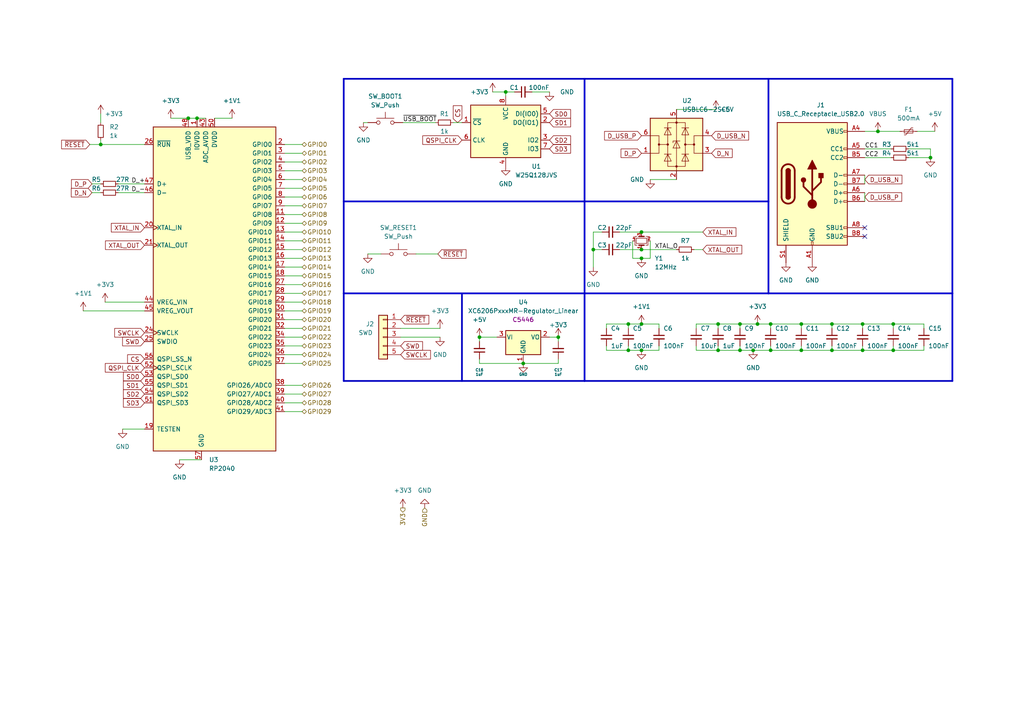
<source format=kicad_sch>
(kicad_sch (version 20230121) (generator eeschema)
  (paper "A4")
  (lib_symbols
    (symbol "+3V3_1" (power) (pin_names (offset 0))
      (property "Value" "+3V3_1" (at 0 3.556 0))
      (symbol "+3V3_1_1_1"
        (pin power_in line (at 0 0 90) (length 0) hide (name "+3V3") (number "1"))
      )
    )
    (symbol "Connector:USB_C_Receptacle_USB2.0" (pin_names (offset 1.016))
      (property "Reference" "J" (at -10.16 19.05 0))
      (property "Value" "USB_C_Receptacle_USB2.0" (at 19.05 19.05 0))
      (symbol "USB_C_Receptacle_USB2.0_1_1"
        (pin passive line (at 0 -22.86 90) (length 5.08) (name "GND") (number "A1"))
        (pin passive line (at 0 -22.86 90) (length 5.08) hide (name "GND") (number "A12"))
        (pin passive line (at 15.24 15.24 180) (length 5.08) (name "VBUS") (number "A4"))
        (pin bidirectional line (at 15.24 10.16 180) (length 5.08) (name "CC1") (number "A5"))
        (pin bidirectional line (at 15.24 -2.54 180) (length 5.08) (name "D+") (number "A6"))
        (pin bidirectional line (at 15.24 2.54 180) (length 5.08) (name "D-") (number "A7"))
        (pin bidirectional line (at 15.24 -12.7 180) (length 5.08) (name "SBU1") (number "A8"))
        (pin passive line (at 15.24 15.24 180) (length 5.08) hide (name "VBUS") (number "A9"))
        (pin passive line (at 0 -22.86 90) (length 5.08) hide (name "GND") (number "B1"))
        (pin passive line (at 0 -22.86 90) (length 5.08) hide (name "GND") (number "B12"))
        (pin passive line (at 15.24 15.24 180) (length 5.08) hide (name "VBUS") (number "B4"))
        (pin bidirectional line (at 15.24 7.62 180) (length 5.08) (name "CC2") (number "B5"))
        (pin bidirectional line (at 15.24 -5.08 180) (length 5.08) (name "D+") (number "B6"))
        (pin bidirectional line (at 15.24 0 180) (length 5.08) (name "D-") (number "B7"))
        (pin bidirectional line (at 15.24 -15.24 180) (length 5.08) (name "SBU2") (number "B8"))
        (pin passive line (at 15.24 15.24 180) (length 5.08) hide (name "VBUS") (number "B9"))
        (pin passive line (at -7.62 -22.86 90) (length 5.08) (name "SHIELD") (number "S1"))
      )
    )
    (symbol "Connector_Generic:Conn_01x05" (pin_names (offset 1.016) hide)
      (property "Reference" "J" (at 0 7.62 0))
      (property "Value" "Conn_01x05" (at 0 -7.62 0))
      (symbol "Conn_01x05_1_1"
        (pin passive line (at -5.08 5.08 0) (length 3.81) (name "Pin_1") (number "1"))
        (pin passive line (at -5.08 2.54 0) (length 3.81) (name "Pin_2") (number "2"))
        (pin passive line (at -5.08 0 0) (length 3.81) (name "Pin_3") (number "3"))
        (pin passive line (at -5.08 -2.54 0) (length 3.81) (name "Pin_4") (number "4"))
        (pin passive line (at -5.08 -5.08 0) (length 3.81) (name "Pin_5") (number "5"))
      )
    )
    (symbol "Device:C_Small" (pin_numbers hide) (pin_names (offset 0.254) hide)
      (property "Reference" "C" (at 0.254 1.778 0))
      (property "Value" "C_Small" (at 0.254 -2.032 0))
      (symbol "C_Small_1_1"
        (pin passive line (at 0 2.54 270) (length 2.032) (name "~") (number "1"))
        (pin passive line (at 0 -2.54 90) (length 2.032) (name "~") (number "2"))
      )
    )
    (symbol "Device:Crystal_GND24_Small" (pin_names (offset 1.016) hide)
      (property "Reference" "Y" (at 1.27 4.445 0))
      (property "Value" "Crystal_GND24_Small" (at 1.27 2.54 0))
      (symbol "Crystal_GND24_Small_1_1"
        (pin passive line (at -2.54 0 0) (length 1.27) (name "1") (number "1"))
        (pin passive line (at 0 -2.54 90) (length 0.635) (name "2") (number "2"))
        (pin passive line (at 2.54 0 180) (length 1.27) (name "3") (number "3"))
        (pin passive line (at 0 2.54 270) (length 0.635) (name "4") (number "4"))
      )
    )
    (symbol "Device:Polyfuse_Small" (pin_numbers hide) (pin_names (offset 0))
      (property "Reference" "F" (at -1.905 0 90))
      (property "Value" "Polyfuse_Small" (at 1.905 0 90))
      (symbol "Polyfuse_Small_1_1"
        (pin passive line (at 0 2.54 270) (length 0.635) (name "~") (number "1"))
        (pin passive line (at 0 -2.54 90) (length 0.635) (name "~") (number "2"))
      )
    )
    (symbol "Device:R_Small" (pin_numbers hide) (pin_names (offset 0.254) hide)
      (property "Reference" "R" (at 0.762 0.508 0))
      (property "Value" "R_Small" (at 0.762 -1.016 0))
      (symbol "R_Small_1_1"
        (pin passive line (at 0 2.54 270) (length 0.762) (name "~") (number "1"))
        (pin passive line (at 0 -2.54 90) (length 0.762) (name "~") (number "2"))
      )
    )
    (symbol "GND_1" (power) (pin_names (offset 0))
      (property "Value" "GND_1" (at 0 -3.81 0))
      (symbol "GND_1_1_1"
        (pin power_in line (at 0 0 270) (length 0) hide (name "GND") (number "1"))
      )
    )
    (symbol "GND_2" (power) (pin_names (offset 0))
      (property "Value" "GND_2" (at 0 -3.81 0))
      (symbol "GND_2_1_1"
        (pin power_in line (at 0 0 270) (length 0) hide (name "GND") (number "1"))
      )
    )
    (symbol "Memory_Flash:W25Q128JVS"
      (property "Reference" "U" (at -8.89 8.89 0))
      (property "Value" "W25Q128JVS" (at 7.62 8.89 0))
      (symbol "W25Q128JVS_1_1"
        (pin input line (at -12.7 2.54 0) (length 2.54) (name "~{CS}") (number "1"))
        (pin bidirectional line (at 12.7 2.54 180) (length 2.54) (name "DO(IO1)") (number "2"))
        (pin bidirectional line (at 12.7 -2.54 180) (length 2.54) (name "IO2") (number "3"))
        (pin power_in line (at 0 -10.16 90) (length 2.54) (name "GND") (number "4"))
        (pin bidirectional line (at 12.7 5.08 180) (length 2.54) (name "DI(IO0)") (number "5"))
        (pin input line (at -12.7 -2.54 0) (length 2.54) (name "CLK") (number "6"))
        (pin bidirectional line (at 12.7 -5.08 180) (length 2.54) (name "IO3") (number "7"))
        (pin power_in line (at 0 10.16 270) (length 2.54) (name "VCC") (number "8"))
      )
    )
    (symbol "Power_Protection:USBLC6-2SC6" (pin_names hide)
      (property "Reference" "U" (at 2.54 8.89 0))
      (property "Value" "USBLC6-2SC6" (at 2.54 -8.89 0))
      (symbol "USBLC6-2SC6_1_1"
        (pin passive line (at -10.16 -2.54 0) (length 2.54) (name "I/O1") (number "1"))
        (pin passive line (at 0 -10.16 90) (length 2.54) (name "GND") (number "2"))
        (pin passive line (at 10.16 -2.54 180) (length 2.54) (name "I/O2") (number "3"))
        (pin passive line (at 10.16 2.54 180) (length 2.54) (name "I/O2") (number "4"))
        (pin passive line (at 0 10.16 270) (length 2.54) (name "VBUS") (number "5"))
        (pin passive line (at -10.16 2.54 0) (length 2.54) (name "I/O1") (number "6"))
      )
    )
    (symbol "Sleep-lib:RP2040" (pin_names (offset 1.016))
      (property "Reference" "U" (at 8.89 51.435 0))
      (property "Value" "RP2040" (at 8.89 48.895 0))
      (symbol "RP2040_1_1"
        (pin power_in line (at -5.08 50.8 270) (length 2.54) (name "IOVDD") (number "1"))
        (pin power_in line (at -5.08 50.8 270) (length 2.54) hide (name "IOVDD") (number "10"))
        (pin input line (at 20.32 22.86 180) (length 2.54) (name "GPIO8") (number "11"))
        (pin input line (at 20.32 20.32 180) (length 2.54) (name "GPIO9") (number "12"))
        (pin input line (at 20.32 17.78 180) (length 2.54) (name "GPIO10") (number "13"))
        (pin input line (at 20.32 15.24 180) (length 2.54) (name "GPIO11") (number "14"))
        (pin input line (at 20.32 12.7 180) (length 2.54) (name "GPIO12") (number "15"))
        (pin input line (at 20.32 10.16 180) (length 2.54) (name "GPIO13") (number "16"))
        (pin input line (at 20.32 7.62 180) (length 2.54) (name "GPIO14") (number "17"))
        (pin input line (at 20.32 5.08 180) (length 2.54) (name "GPIO15") (number "18"))
        (pin input line (at -20.32 -39.37 0) (length 2.54) (name "TESTEN") (number "19"))
        (pin input line (at 20.32 43.18 180) (length 2.54) (name "GPIO0") (number "2"))
        (pin input clock (at -20.32 19.05 0) (length 2.54) (name "XTAL_IN") (number "20"))
        (pin input clock (at -20.32 13.97 0) (length 2.54) (name "XTAL_OUT") (number "21"))
        (pin power_in line (at -5.08 50.8 270) (length 2.54) hide (name "IOVDD") (number "22"))
        (pin power_in line (at 0 50.8 270) (length 2.54) hide (name "DVDD") (number "23"))
        (pin input clock (at -20.32 -11.43 0) (length 2.54) (name "SWCLK") (number "24"))
        (pin bidirectional line (at -20.32 -13.97 0) (length 2.54) (name "SWDIO") (number "25"))
        (pin input line (at -20.32 43.18 0) (length 2.54) (name "~{RUN}") (number "26"))
        (pin input line (at 20.32 2.54 180) (length 2.54) (name "GPIO16") (number "27"))
        (pin input line (at 20.32 0 180) (length 2.54) (name "GPIO17") (number "28"))
        (pin input line (at 20.32 -2.54 180) (length 2.54) (name "GPIO18") (number "29"))
        (pin input line (at 20.32 40.64 180) (length 2.54) (name "GPIO1") (number "3"))
        (pin input line (at 20.32 -5.08 180) (length 2.54) (name "GPIO19") (number "30"))
        (pin input line (at 20.32 -7.62 180) (length 2.54) (name "GPIO20") (number "31"))
        (pin input line (at 20.32 -10.16 180) (length 2.54) (name "GPIO21") (number "32"))
        (pin power_in line (at -5.08 50.8 270) (length 2.54) hide (name "IOVDD") (number "33"))
        (pin input line (at 20.32 -12.7 180) (length 2.54) (name "GPIO22") (number "34"))
        (pin input line (at 20.32 -15.24 180) (length 2.54) (name "GPIO23") (number "35"))
        (pin input line (at 20.32 -17.78 180) (length 2.54) (name "GPIO24") (number "36"))
        (pin input line (at 20.32 -20.32 180) (length 2.54) (name "GPIO25") (number "37"))
        (pin input line (at 20.32 -26.67 180) (length 2.54) (name "GPIO26/ADC0") (number "38"))
        (pin input line (at 20.32 -29.21 180) (length 2.54) (name "GPIO27/ADC1") (number "39"))
        (pin input line (at 20.32 38.1 180) (length 2.54) (name "GPIO2") (number "4"))
        (pin input line (at 20.32 -31.75 180) (length 2.54) (name "GPIO28/ADC2") (number "40"))
        (pin input line (at 20.32 -34.29 180) (length 2.54) (name "GPIO29/ADC3") (number "41"))
        (pin power_in line (at -5.08 50.8 270) (length 2.54) hide (name "IOVDD") (number "42"))
        (pin power_in line (at -2.54 50.8 270) (length 2.54) (name "ADC_AVDD") (number "43"))
        (pin power_in line (at -20.32 -2.54 0) (length 2.54) (name "VREG_VIN") (number "44"))
        (pin power_out line (at -20.32 -5.08 0) (length 2.54) (name "VREG_VOUT") (number "45"))
        (pin bidirectional line (at -20.32 29.21 0) (length 2.54) (name "D-") (number "46"))
        (pin bidirectional line (at -20.32 31.75 0) (length 2.54) (name "D+") (number "47"))
        (pin power_in line (at -7.62 50.8 270) (length 2.54) (name "USB_VDD") (number "48"))
        (pin power_in line (at -5.08 50.8 270) (length 2.54) hide (name "IOVDD") (number "49"))
        (pin input line (at 20.32 35.56 180) (length 2.54) (name "GPIO3") (number "5"))
        (pin power_in line (at 0 50.8 270) (length 2.54) (name "DVDD") (number "50"))
        (pin bidirectional line (at -20.32 -31.75 0) (length 2.54) (name "QSPI_SD3") (number "51"))
        (pin input clock (at -20.32 -21.59 0) (length 2.54) (name "QSPI_SCLK") (number "52"))
        (pin bidirectional line (at -20.32 -24.13 0) (length 2.54) (name "QSPI_SD0") (number "53"))
        (pin bidirectional line (at -20.32 -29.21 0) (length 2.54) (name "QSPI_SD2") (number "54"))
        (pin bidirectional line (at -20.32 -26.67 0) (length 2.54) (name "QSPI_SD1") (number "55"))
        (pin bidirectional line (at -20.32 -19.05 0) (length 2.54) (name "QSPI_SS_N") (number "56"))
        (pin power_in line (at -3.81 -48.26 90) (length 2.54) (name "GND") (number "57"))
        (pin input line (at 20.32 33.02 180) (length 2.54) (name "GPIO4") (number "6"))
        (pin input line (at 20.32 30.48 180) (length 2.54) (name "GPIO5") (number "7"))
        (pin input line (at 20.32 27.94 180) (length 2.54) (name "GPIO6") (number "8"))
        (pin input line (at 20.32 25.4 180) (length 2.54) (name "GPIO7") (number "9"))
      )
    )
    (symbol "Switch:SW_Push" (pin_numbers hide) (pin_names (offset 1.016) hide)
      (property "Reference" "SW" (at 1.27 2.54 0))
      (property "Value" "SW_Push" (at 0 -1.524 0))
      (symbol "SW_Push_0_1"
        (pin passive line (at -5.08 0 0) (length 2.54) (name "1") (number "1"))
        (pin passive line (at 5.08 0 180) (length 2.54) (name "2") (number "2"))
      )
    )
    (symbol "kicad-keyboard-parts:XC6206PxxxMR-Regulator_Linear" (pin_names (offset 0.254))
      (property "Reference" "U" (at -3.81 3.175 0))
      (property "Value" "XC6206PxxxMR-Regulator_Linear" (at 0 3.175 0))
      (property "LCSC" "C5446" (at 0 0 0))
      (symbol "XC6206PxxxMR-Regulator_Linear_1_1"
        (pin power_in line (at 0 -7.62 90) (length 2.54) (name "GND") (number "1"))
        (pin power_out line (at 7.62 0 180) (length 2.54) (name "VO") (number "2"))
        (pin power_in line (at -7.62 0 0) (length 2.54) (name "VI") (number "3"))
      )
    )
    (symbol "power:+1V1" (power) (pin_names (offset 0))
      (property "Value" "+1V1" (at 0 3.556 0))
      (symbol "+1V1_1_1"
        (pin power_in line (at 0 0 90) (length 0) hide (name "+1V1") (number "1"))
      )
    )
    (symbol "power:+3.3V" (power) (pin_names (offset 0))
      (property "Value" "+3.3V" (at 0 3.556 0))
      (symbol "+3.3V_1_1"
        (pin power_in line (at 0 0 90) (length 0) hide (name "+3V3") (number "1"))
      )
    )
    (symbol "power:+3V3" (power) (pin_names (offset 0))
      (property "Value" "+3V3" (at 0 3.556 0))
      (symbol "+3V3_1_1"
        (pin power_in line (at 0 0 90) (length 0) hide (name "+3V3") (number "1"))
      )
    )
    (symbol "power:+5V" (power) (pin_names (offset 0))
      (property "Value" "+5V" (at 0 3.556 0))
      (symbol "+5V_1_1"
        (pin power_in line (at 0 0 90) (length 0) hide (name "+5V") (number "1"))
      )
    )
    (symbol "power:GND" (power) (pin_names (offset 0))
      (property "Value" "GND" (at 0 -3.81 0))
      (symbol "GND_1_1"
        (pin power_in line (at 0 0 270) (length 0) hide (name "GND") (number "1"))
      )
    )
    (symbol "power:VBUS" (power) (pin_names (offset 0))
      (property "Value" "VBUS" (at 0 3.81 0))
      (symbol "VBUS_1_1"
        (pin power_in line (at 0 0 90) (length 0) hide (name "VBUS") (number "1"))
      )
    )
  )
  (junction (at 186.055 72.39))
  (junction (at 214.63 93.98))
  (junction (at 186.055 67.31))
  (junction (at 186.055 93.98))
  (junction (at 241.3 101.6))
  (junction (at 254.635 38.1))
  (junction (at 151.765 105.41) (diameter 0.9144))
  (junction (at 54.61 34.29))
  (junction (at 223.52 93.98))
  (junction (at 232.41 93.98))
  (junction (at 250.19 93.98))
  (junction (at 219.71 93.98))
  (junction (at 146.685 26.67))
  (junction (at 139.065 97.79) (diameter 0.9144))
  (junction (at 186.055 101.6))
  (junction (at 182.245 101.6))
  (junction (at 241.3 93.98))
  (junction (at 29.21 41.91))
  (junction (at 214.63 101.6))
  (junction (at 161.925 97.79) (diameter 0.9144))
  (junction (at 223.52 101.6))
  (junction (at 172.085 72.39))
  (junction (at 208.28 93.98))
  (junction (at 259.08 93.98))
  (junction (at 269.875 45.72))
  (junction (at 218.44 101.6))
  (junction (at 182.245 93.98))
  (junction (at 250.19 101.6))
  (junction (at 259.08 101.6))
  (junction (at 186.055 74.93))
  (junction (at 57.15 34.29))
  (junction (at 208.28 101.6))
  (junction (at 232.41 101.6))
  (no_connect (at 250.825 66.04))
  (no_connect (at 250.825 68.58))
  (wire (pts (xy 267.97 93.98) (xy 267.97 95.25)))
  (wire (pts (xy 259.08 93.98) (xy 259.08 95.25)))
  (wire (pts (xy 57.15 34.29) (xy 59.69 34.29)))
  (wire (pts (xy 182.245 93.98) (xy 182.245 95.25)))
  (wire (pts (xy 161.925 104.14) (xy 161.925 105.41)))
  (wire (pts (xy 269.875 43.18) (xy 269.875 45.72)))
  (wire (pts (xy 175.895 100.33) (xy 175.895 101.6)))
  (wire (pts (xy 179.705 72.39) (xy 186.055 72.39)))
  (wire (pts (xy 241.3 93.98) (xy 241.3 95.25)))
  (wire (pts (xy 41.91 90.17) (xy 24.13 90.17)))
  (wire (pts (xy 26.035 41.91) (xy 29.21 41.91)))
  (wire (pts (xy 218.44 101.6) (xy 223.52 101.6)))
  (wire (pts (xy 82.55 77.47) (xy 87.63 77.47)))
  (wire (pts (xy 87.63 92.71) (xy 82.55 92.71)))
  (wire (pts (xy 87.63 119.38) (xy 82.55 119.38)))
  (polyline (pts (xy 133.985 110.49) (xy 133.985 85.09)) (stroke (width 0.5) (type solid)))
  (wire (pts (xy 208.28 93.98) (xy 208.28 95.25)))
  (wire (pts (xy 186.055 67.31) (xy 203.835 67.31)))
  (wire (pts (xy 232.41 93.98) (xy 232.41 95.25)))
  (wire (pts (xy 232.41 101.6) (xy 232.41 100.33)))
  (wire (pts (xy 250.825 50.8) (xy 250.825 53.34)))
  (wire (pts (xy 250.825 55.88) (xy 250.825 58.42)))
  (wire (pts (xy 87.63 102.87) (xy 82.55 102.87)))
  (wire (pts (xy 139.065 97.79) (xy 139.065 99.06)))
  (wire (pts (xy 186.055 101.6) (xy 191.135 101.6)))
  (wire (pts (xy 82.55 52.07) (xy 87.63 52.07)))
  (wire (pts (xy 146.685 26.67) (xy 146.685 27.94)))
  (wire (pts (xy 154.305 26.67) (xy 159.385 26.67)))
  (wire (pts (xy 182.245 93.98) (xy 175.895 93.98)))
  (wire (pts (xy 151.765 105.41) (xy 161.925 105.41)))
  (wire (pts (xy 131.445 35.56) (xy 133.985 35.56)))
  (wire (pts (xy 179.705 67.31) (xy 186.055 67.31)))
  (wire (pts (xy 82.55 72.39) (xy 87.63 72.39)))
  (polyline (pts (xy 169.545 22.86) (xy 222.885 22.86)) (stroke (width 0.5) (type solid)))
  (wire (pts (xy 139.065 104.14) (xy 139.065 105.41)))
  (wire (pts (xy 232.41 93.98) (xy 241.3 93.98)))
  (wire (pts (xy 183.515 69.85) (xy 183.515 74.93)))
  (wire (pts (xy 82.55 41.91) (xy 87.63 41.91)))
  (wire (pts (xy 250.19 100.33) (xy 250.19 101.6)))
  (polyline (pts (xy 222.885 22.86) (xy 276.225 22.86)) (stroke (width 0.5) (type solid)))
  (wire (pts (xy 182.245 101.6) (xy 186.055 101.6)))
  (wire (pts (xy 127.635 97.79) (xy 116.205 97.79)))
  (wire (pts (xy 151.765 105.41) (xy 139.065 105.41)))
  (polyline (pts (xy 169.545 85.09) (xy 169.545 22.86)) (stroke (width 0.5) (type solid)))
  (wire (pts (xy 87.63 95.25) (xy 82.55 95.25)))
  (wire (pts (xy 186.055 72.39) (xy 196.215 72.39)))
  (wire (pts (xy 175.895 93.98) (xy 175.895 95.25)))
  (wire (pts (xy 259.08 101.6) (xy 259.08 100.33)))
  (wire (pts (xy 250.19 93.98) (xy 259.08 93.98)))
  (polyline (pts (xy 169.545 85.09) (xy 222.885 85.09)) (stroke (width 0.5) (type solid)))
  (wire (pts (xy 219.71 93.98) (xy 223.52 93.98)))
  (wire (pts (xy 214.63 101.6) (xy 218.44 101.6)))
  (wire (pts (xy 201.93 101.6) (xy 208.28 101.6)))
  (wire (pts (xy 223.52 93.98) (xy 232.41 93.98)))
  (wire (pts (xy 116.84 35.56) (xy 126.365 35.56)))
  (wire (pts (xy 214.63 93.98) (xy 219.71 93.98)))
  (polyline (pts (xy 276.225 110.49) (xy 276.225 85.09)) (stroke (width 0.5) (type solid)))
  (wire (pts (xy 250.825 45.72) (xy 258.445 45.72)))
  (wire (pts (xy 159.385 97.79) (xy 161.925 97.79)))
  (wire (pts (xy 82.55 44.45) (xy 87.63 44.45)))
  (wire (pts (xy 105.41 35.56) (xy 106.68 35.56)))
  (wire (pts (xy 82.55 87.63) (xy 87.63 87.63)))
  (wire (pts (xy 241.3 93.98) (xy 250.19 93.98)))
  (wire (pts (xy 82.55 90.17) (xy 87.63 90.17)))
  (wire (pts (xy 116.205 95.25) (xy 127.635 95.25)))
  (wire (pts (xy 254.635 38.1) (xy 260.985 38.1)))
  (wire (pts (xy 142.875 26.67) (xy 146.685 26.67)))
  (wire (pts (xy 263.525 45.72) (xy 269.875 45.72)))
  (wire (pts (xy 29.21 41.91) (xy 41.91 41.91)))
  (wire (pts (xy 263.525 43.18) (xy 269.875 43.18)))
  (polyline (pts (xy 99.695 110.49) (xy 99.695 85.09)) (stroke (width 0.5) (type solid)))
  (polyline (pts (xy 276.225 85.09) (xy 276.225 22.86)) (stroke (width 0.5) (type solid)))
  (polyline (pts (xy 169.545 110.49) (xy 169.545 85.09)) (stroke (width 0.5) (type solid)))
  (wire (pts (xy 49.53 34.29) (xy 54.61 34.29)))
  (wire (pts (xy 250.825 38.1) (xy 254.635 38.1)))
  (wire (pts (xy 82.55 64.77) (xy 87.63 64.77)))
  (wire (pts (xy 82.55 69.85) (xy 87.63 69.85)))
  (wire (pts (xy 214.63 100.33) (xy 214.63 101.6)))
  (wire (pts (xy 191.135 101.6) (xy 191.135 100.33)))
  (polyline (pts (xy 99.695 85.09) (xy 99.695 22.86)) (stroke (width 0.5) (type solid)))
  (wire (pts (xy 82.55 59.69) (xy 87.63 59.69)))
  (wire (pts (xy 196.215 31.75) (xy 207.645 31.75)))
  (wire (pts (xy 26.67 55.88) (xy 29.21 55.88)))
  (wire (pts (xy 82.55 80.01) (xy 87.63 80.01)))
  (wire (pts (xy 34.29 53.34) (xy 41.91 53.34)))
  (wire (pts (xy 183.515 74.93) (xy 186.055 74.93)))
  (wire (pts (xy 201.93 100.33) (xy 201.93 101.6)))
  (wire (pts (xy 172.085 72.39) (xy 174.625 72.39)))
  (wire (pts (xy 87.63 116.84) (xy 82.55 116.84)))
  (wire (pts (xy 186.055 93.98) (xy 191.135 93.98)))
  (wire (pts (xy 87.63 100.33) (xy 82.55 100.33)))
  (wire (pts (xy 214.63 93.98) (xy 208.28 93.98)))
  (wire (pts (xy 29.21 40.64) (xy 29.21 41.91)))
  (wire (pts (xy 250.19 101.6) (xy 259.08 101.6)))
  (wire (pts (xy 223.52 101.6) (xy 223.52 100.33)))
  (wire (pts (xy 35.56 124.46) (xy 41.91 124.46)))
  (wire (pts (xy 106.68 73.66) (xy 110.49 73.66)))
  (wire (pts (xy 87.63 111.76) (xy 82.55 111.76)))
  (wire (pts (xy 62.23 34.29) (xy 67.31 34.29)))
  (wire (pts (xy 87.63 105.41) (xy 82.55 105.41)))
  (wire (pts (xy 146.685 26.67) (xy 149.225 26.67)))
  (polyline (pts (xy 222.885 85.09) (xy 276.225 85.09)) (stroke (width 0.5) (type solid)))
  (wire (pts (xy 188.595 74.93) (xy 186.055 74.93)))
  (wire (pts (xy 174.625 67.31) (xy 172.085 67.31)))
  (polyline (pts (xy 222.885 22.86) (xy 222.885 85.09)) (stroke (width 0.5) (type solid)))
  (wire (pts (xy 208.28 101.6) (xy 214.63 101.6)))
  (wire (pts (xy 52.07 133.35) (xy 58.42 133.35)))
  (wire (pts (xy 82.55 82.55) (xy 87.63 82.55)))
  (polyline (pts (xy 99.695 58.42) (xy 169.545 58.42)) (stroke (width 0.5) (type solid)))
  (wire (pts (xy 267.97 101.6) (xy 267.97 100.33)))
  (wire (pts (xy 26.67 53.34) (xy 29.21 53.34)))
  (polyline (pts (xy 99.695 85.09) (xy 169.545 85.09)) (stroke (width 0.5) (type solid)))
  (wire (pts (xy 175.895 101.6) (xy 182.245 101.6)))
  (wire (pts (xy 54.61 34.29) (xy 57.15 34.29)))
  (wire (pts (xy 172.085 67.31) (xy 172.085 72.39)))
  (wire (pts (xy 266.065 38.1) (xy 271.145 38.1)))
  (wire (pts (xy 82.55 62.23) (xy 87.63 62.23)))
  (wire (pts (xy 30.48 87.63) (xy 41.91 87.63)))
  (wire (pts (xy 82.55 54.61) (xy 87.63 54.61)))
  (wire (pts (xy 241.3 101.6) (xy 250.19 101.6)))
  (wire (pts (xy 182.245 100.33) (xy 182.245 101.6)))
  (wire (pts (xy 29.21 33.02) (xy 29.21 35.56)))
  (wire (pts (xy 161.925 97.79) (xy 161.925 99.06)))
  (polyline (pts (xy 169.545 58.42) (xy 222.885 58.42)) (stroke (width 0.5) (type solid)))
  (polyline (pts (xy 99.695 22.86) (xy 169.545 22.86)) (stroke (width 0.5) (type solid)))
  (wire (pts (xy 214.63 93.98) (xy 214.63 95.25)))
  (wire (pts (xy 191.135 93.98) (xy 191.135 95.25)))
  (wire (pts (xy 201.93 95.25) (xy 201.93 93.98)))
  (wire (pts (xy 34.29 55.88) (xy 41.91 55.88)))
  (wire (pts (xy 208.28 100.33) (xy 208.28 101.6)))
  (polyline (pts (xy 99.695 110.49) (xy 169.545 110.49)) (stroke (width 0.5) (type solid)))
  (wire (pts (xy 186.055 93.98) (xy 182.245 93.98)))
  (wire (pts (xy 241.3 100.33) (xy 241.3 101.6)))
  (wire (pts (xy 223.52 93.98) (xy 223.52 95.25)))
  (wire (pts (xy 201.295 72.39) (xy 203.835 72.39)))
  (wire (pts (xy 82.55 74.93) (xy 87.63 74.93)))
  (wire (pts (xy 82.55 67.31) (xy 87.63 67.31)))
  (polyline (pts (xy 169.545 110.49) (xy 276.225 110.49)) (stroke (width 0.5) (type solid)))
  (wire (pts (xy 172.085 72.39) (xy 172.085 77.47)))
  (wire (pts (xy 188.595 52.07) (xy 196.215 52.07)))
  (wire (pts (xy 259.08 101.6) (xy 267.97 101.6)))
  (wire (pts (xy 120.65 73.66) (xy 127 73.66)))
  (wire (pts (xy 82.55 85.09) (xy 87.63 85.09)))
  (wire (pts (xy 82.55 57.15) (xy 87.63 57.15)))
  (wire (pts (xy 232.41 101.6) (xy 241.3 101.6)))
  (wire (pts (xy 250.825 43.18) (xy 258.445 43.18)))
  (wire (pts (xy 188.595 69.85) (xy 188.595 74.93)))
  (wire (pts (xy 250.19 93.98) (xy 250.19 95.25)))
  (wire (pts (xy 87.63 114.3) (xy 82.55 114.3)))
  (wire (pts (xy 259.08 93.98) (xy 267.97 93.98)))
  (wire (pts (xy 82.55 46.99) (xy 87.63 46.99)))
  (wire (pts (xy 201.93 93.98) (xy 208.28 93.98)))
  (wire (pts (xy 139.065 97.79) (xy 144.145 97.79)))
  (wire (pts (xy 87.63 97.79) (xy 82.55 97.79)))
  (wire (pts (xy 82.55 49.53) (xy 87.63 49.53)))
  (wire (pts (xy 223.52 101.6) (xy 232.41 101.6)))
  (label "D_-" (at 38.1 55.88 0))
  (label "CC1" (at 250.825 43.18 0))
  (label "CC2" (at 250.825 45.72 0))
  (label "XTAL_O" (at 189.865 72.39 0))
  (label "D_+" (at 38.1 53.34 0))
  (label "~{USB_BOOT}" (at 116.84 35.56 0))
  (global_label "SD2" (shape input) (at 41.91 114.3 180) (property "Intersheetrefs" "${INTERSHEET_REFS}" (effects hide)))
  (global_label "XTAL_OUT" (shape input) (at 203.835 72.39 0) (property "Intersheetrefs" "${INTERSHEET_REFS}" (effects hide)))
  (global_label "SWD" (shape input) (at 41.91 99.06 180) (property "Intersheetrefs" "${INTERSHEET_REFS}" (effects hide)))
  (global_label "SWD" (shape input) (at 116.205 100.33 0) (property "Intersheetrefs" "${INTERSHEET_REFS}" (effects hide)))
  (global_label "SD3" (shape input) (at 41.91 116.84 180) (property "Intersheetrefs" "${INTERSHEET_REFS}" (effects hide)))
  (global_label "CS" (shape input) (at 132.715 35.56 90) (property "Intersheetrefs" "${INTERSHEET_REFS}" (effects hide)))
  (global_label "D_USB_N" (shape input) (at 250.825 52.07 0) (property "Intersheetrefs" "${INTERSHEET_REFS}" (effects hide)))
  (global_label "~{RESET}" (shape input) (at 116.205 92.71 0) (property "Intersheetrefs" "${INTERSHEET_REFS}" (effects hide)))
  (global_label "QSPI_CLK" (shape input) (at 41.91 106.68 180) (property "Intersheetrefs" "${INTERSHEET_REFS}" (effects hide)))
  (global_label "XTAL_OUT" (shape input) (at 41.91 71.12 180) (property "Intersheetrefs" "${INTERSHEET_REFS}" (effects hide)))
  (global_label "SD1" (shape input) (at 159.385 35.56 0) (property "Intersheetrefs" "${INTERSHEET_REFS}" (effects hide)))
  (global_label "CS" (shape input) (at 41.91 104.14 180) (property "Intersheetrefs" "${INTERSHEET_REFS}" (effects hide)))
  (global_label "SD1" (shape input) (at 41.91 111.76 180) (property "Intersheetrefs" "${INTERSHEET_REFS}" (effects hide)))
  (global_label "SD0" (shape input) (at 41.91 109.22 180) (property "Intersheetrefs" "${INTERSHEET_REFS}" (effects hide)))
  (global_label "~{RESET}" (shape input) (at 127 73.66 0) (property "Intersheetrefs" "${INTERSHEET_REFS}" (effects hide)))
  (global_label "D_P" (shape input) (at 26.67 53.34 180) (property "Intersheetrefs" "${INTERSHEET_REFS}" (effects hide)))
  (global_label "SD3" (shape input) (at 159.385 43.18 0) (property "Intersheetrefs" "${INTERSHEET_REFS}" (effects hide)))
  (global_label "~{RESET}" (shape input) (at 26.035 41.91 180) (property "Intersheetrefs" "${INTERSHEET_REFS}" (effects hide)))
  (global_label "SD0" (shape input) (at 159.385 33.02 0) (property "Intersheetrefs" "${INTERSHEET_REFS}" (effects hide)))
  (global_label "D_USB_P" (shape input) (at 250.825 57.15 0) (property "Intersheetrefs" "${INTERSHEET_REFS}" (effects hide)))
  (global_label "D_USB_P" (shape input) (at 186.055 39.37 180) (property "Intersheetrefs" "${INTERSHEET_REFS}" (effects hide)))
  (global_label "D_N" (shape input) (at 26.67 55.88 180) (property "Intersheetrefs" "${INTERSHEET_REFS}" (effects hide)))
  (global_label "SWCLK" (shape input) (at 116.205 102.87 0) (property "Intersheetrefs" "${INTERSHEET_REFS}" (effects hide)))
  (global_label "XTAL_IN" (shape input) (at 203.835 67.31 0) (property "Intersheetrefs" "${INTERSHEET_REFS}" (effects hide)))
  (global_label "D_USB_N" (shape input) (at 206.375 39.37 0) (property "Intersheetrefs" "${INTERSHEET_REFS}" (effects hide)))
  (global_label "SWCLK" (shape input) (at 41.91 96.52 180) (property "Intersheetrefs" "${INTERSHEET_REFS}" (effects hide)))
  (global_label "SD2" (shape input) (at 159.385 40.64 0) (property "Intersheetrefs" "${INTERSHEET_REFS}" (effects hide)))
  (global_label "D_P" (shape input) (at 186.055 44.45 180) (property "Intersheetrefs" "${INTERSHEET_REFS}" (effects hide)))
  (global_label "XTAL_IN" (shape input) (at 41.91 66.04 180) (property "Intersheetrefs" "${INTERSHEET_REFS}" (effects hide)))
  (global_label "D_N" (shape input) (at 206.375 44.45 0) (property "Intersheetrefs" "${INTERSHEET_REFS}" (effects hide)))
  (global_label "QSPI_CLK" (shape input) (at 133.985 40.64 180) (property "Intersheetrefs" "${INTERSHEET_REFS}" (effects hide)))
  (hierarchical_label "GPIO27" (shape bidirectional) (at 87.63 114.3 0))
  (hierarchical_label "GPIO7" (shape bidirectional) (at 87.63 59.69 0))
  (hierarchical_label "GPIO3" (shape bidirectional) (at 87.63 49.53 0))
  (hierarchical_label "GPIO28" (shape bidirectional) (at 87.63 116.84 0))
  (hierarchical_label "GPIO10" (shape bidirectional) (at 87.63 67.31 0))
  (hierarchical_label "GPIO8" (shape bidirectional) (at 87.63 62.23 0))
  (hierarchical_label "GPIO15" (shape bidirectional) (at 87.63 80.01 0))
  (hierarchical_label "GPIO19" (shape bidirectional) (at 87.63 90.17 0))
  (hierarchical_label "GPIO11" (shape bidirectional) (at 87.63 69.85 0))
  (hierarchical_label "3V3" (shape output) (at 116.84 147.32 270))
  (hierarchical_label "GPIO5" (shape bidirectional) (at 87.63 54.61 0))
  (hierarchical_label "GPIO16" (shape bidirectional) (at 87.63 82.55 0))
  (hierarchical_label "GPIO26" (shape bidirectional) (at 87.63 111.76 0))
  (hierarchical_label "GPIO14" (shape bidirectional) (at 87.63 77.47 0))
  (hierarchical_label "GPIO2" (shape bidirectional) (at 87.63 46.99 0))
  (hierarchical_label "GPIO22" (shape bidirectional) (at 87.63 97.79 0))
  (hierarchical_label "GPIO18" (shape bidirectional) (at 87.63 87.63 0))
  (hierarchical_label "GPIO25" (shape bidirectional) (at 87.63 105.41 0))
  (hierarchical_label "GPIO17" (shape bidirectional) (at 87.63 85.09 0))
  (hierarchical_label "GPIO6" (shape bidirectional) (at 87.63 57.15 0))
  (hierarchical_label "GPIO0" (shape bidirectional) (at 87.63 41.91 0))
  (hierarchical_label "GPIO23" (shape bidirectional) (at 87.63 100.33 0))
  (hierarchical_label "GPIO9" (shape bidirectional) (at 87.63 64.77 0))
  (hierarchical_label "GPIO4" (shape bidirectional) (at 87.63 52.07 0))
  (hierarchical_label "GPIO21" (shape bidirectional) (at 87.63 95.25 0))
  (hierarchical_label "GPIO20" (shape bidirectional) (at 87.63 92.71 0))
  (hierarchical_label "GPIO13" (shape bidirectional) (at 87.63 74.93 0))
  (hierarchical_label "GPIO1" (shape bidirectional) (at 87.63 44.45 0))
  (hierarchical_label "GND" (shape input) (at 123.19 147.32 270))
  (hierarchical_label "GPIO12" (shape bidirectional) (at 87.63 72.39 0))
  (hierarchical_label "GPIO29" (shape bidirectional) (at 87.63 119.38 0))
  (hierarchical_label "GPIO24" (shape bidirectional) (at 87.63 102.87 0))
  (symbol (lib_id "Device:C_Small") (at 250.19 97.79 0) (unit 1)
    (property "Reference" "C13" (at 251.46 95.2499 0) (effects (justify left)))
    (property "Value" "100nF" (at 251.46 100.3299 0) (effects (justify left)))
    (property "Footprint" "Capacitor_SMD:C_0402_1005Metric" (effects hide))
    (property "LCSC" "C1525" (effects hide))
  )
  (symbol (lib_id "Device:Crystal_GND24_Small") (at 186.055 69.85 90) (unit 1)
    (property "Reference" "Y1" (at 189.865 74.93 90) (effects (justify right)))
    (property "Value" "12MHz" (at 189.865 77.47 90) (effects (justify right)))
    (property "Footprint" "Crystal:Crystal_SMD_3225-4Pin_3.2x2.5mm" (effects hide))
    (property "LCSC" "C9002" (effects hide))
  )
  (symbol (lib_id "Device:C_Small") (at 191.135 97.79 0) (unit 1)
    (property "Reference" "C6" (at 192.405 95.2499 0) (effects (justify left)))
    (property "Value" "100nF" (at 192.405 100.3299 0) (effects (justify left)))
    (property "Footprint" "Capacitor_SMD:C_0402_1005Metric" (effects hide))
    (property "LCSC" "C1525" (effects hide))
  )
  (symbol (lib_id "Device:C_Small") (at 208.28 97.79 0) (unit 1)
    (property "Reference" "C8" (at 209.55 95.2499 0) (effects (justify left)))
    (property "Value" "1uF" (at 209.55 100.3299 0) (effects (justify left)))
    (property "Footprint" "Capacitor_SMD:C_0402_1005Metric" (effects hide))
    (property "LCSC" "C52923" (effects hide))
  )
  (symbol (lib_id "Device:R_Small") (at 31.75 55.88 90) (unit 1)
    (property "Reference" "R6" (at 27.94 54.61 90))
    (property "Value" "27R" (at 35.56 54.61 90))
    (property "Footprint" "Resistor_SMD:R_0603_1608Metric" (effects hide))
    (property "LCSC" "C25190" (effects hide))
  )
  (symbol (lib_id "power:GND") (at 269.875 45.72 0) (unit 1)
    (property "Reference" "#PWR031" (effects hide))
    (property "Value" "GND" (at 269.875 50.8 0))
    (instances (project "left_pcb" (path "" (reference "#PWR031") (unit 1))) (project "RP2040-Guide" (path "" (reference "#PWR010") (unit 1))))
  )
  (symbol (lib_id "power:+5V") (at 139.065 97.79 0) (unit 1)
    (property "Reference" "#PWR011" (effects hide))
    (property "Value" "+5V" (at 139.065 92.71 0))
    (instances (project "left_pcb" (path "" (reference "#PWR011") (unit 1))) (project "RP2040-Guide" (path "" (reference "#PWR023") (unit 1))))
  )
  (symbol (lib_id "power:GND") (at 186.055 101.6 0) (unit 1)
    (property "Reference" "#PWR020" (effects hide))
    (property "Value" "GND" (at 186.055 106.68 0))
    (instances (project "left_pcb" (path "" (reference "#PWR020") (unit 1))) (project "RP2040-Guide" (path "" (reference "#PWR025") (unit 1))))
  )
  (symbol (lib_id "Device:R_Small") (at 31.75 53.34 90) (unit 1)
    (property "Reference" "R5" (at 27.94 52.07 90))
    (property "Value" "27R" (at 35.56 52.07 90))
    (property "Footprint" "Resistor_SMD:R_0603_1608Metric" (effects hide))
    (property "LCSC" "C25190" (effects hide))
  )
  (symbol (lib_id "power:+1V1") (at 67.31 34.29 0) (unit 1)
    (property "Reference" "#PWR07" (effects hide))
    (property "Value" "+1V1" (at 67.31 29.21 0))
    (instances (project "left_pcb" (path "" (reference "#PWR07") (unit 1))) (project "RP2040-Guide" (path "" (reference "#PWR06") (unit 1))))
  )
  (symbol (lib_id "power:GND") (at 235.585 76.2 0) (unit 1)
    (property "Reference" "#PWR028" (effects hide))
    (property "Value" "GND" (at 235.585 81.28 0))
    (instances (project "left_pcb" (path "" (reference "#PWR028") (unit 1))) (project "RP2040-Guide" (path "" (reference "#PWR015") (unit 1))))
  )
  (symbol (lib_id "power:GND") (at 35.56 124.46 0) (unit 1)
    (property "Reference" "#PWR04" (effects hide))
    (property "Value" "GND" (at 35.56 129.54 0))
    (instances (project "left_pcb" (path "" (reference "#PWR04") (unit 1))) (project "RP2040-Guide" (path "" (reference "#PWR031") (unit 1))))
  )
  (symbol (lib_id "Device:C_Small") (at 175.895 97.79 0) (unit 1)
    (property "Reference" "C4" (at 177.165 95.2499 0) (effects (justify left)))
    (property "Value" "1uF" (at 177.165 100.3299 0) (effects (justify left)))
    (property "Footprint" "Capacitor_SMD:C_0402_1005Metric" (effects hide))
    (property "LCSC" "C52923" (effects hide))
  )
  (symbol (lib_id "Device:C_Small") (at 259.08 97.79 0) (unit 1)
    (property "Reference" "C14" (at 260.35 95.2499 0) (effects (justify left)))
    (property "Value" "100nF" (at 260.35 100.3299 0) (effects (justify left)))
    (property "Footprint" "Capacitor_SMD:C_0402_1005Metric" (effects hide))
    (property "LCSC" "C1525" (effects hide))
  )
  (symbol (lib_id "Device:C_Small") (at 182.245 97.79 0) (unit 1)
    (property "Reference" "C5" (at 183.515 95.2499 0) (effects (justify left)))
    (property "Value" "100nF" (at 183.515 100.3299 0) (effects (justify left)))
    (property "Footprint" "Capacitor_SMD:C_0402_1005Metric" (effects hide))
    (property "LCSC" "C1525" (effects hide))
  )
  (symbol (lib_id "Connector_Generic:Conn_01x05") (at 111.125 97.79 0) (mirror y) (unit 1) (in_bom no)
    (property "Reference" "J2" (at 107.315 93.98 0))
    (property "Value" "SWD" (at 106.045 96.52 0))
    (property "Footprint" "Connector_PinSocket_2.54mm:PinSocket_1x05_P2.54mm_Vertical" (effects hide))
  )
  (symbol (lib_id "Device:R_Small") (at 198.755 72.39 90) (unit 1)
    (property "Reference" "R7" (at 198.755 69.85 90))
    (property "Value" "1k" (at 198.755 74.93 90))
    (property "Footprint" "Resistor_SMD:R_0402_1005Metric" (effects hide))
    (property "LCSC" "C11702" (effects hide))
  )
  (symbol (lib_name "+3V3_1") (lib_id "power:+3V3") (at 116.84 147.32 0) (unit 1)
    (property "Reference" "#PWR022" (effects hide))
    (property "Value" "+3V3" (at 116.84 142.24 0))
  )
  (symbol (lib_id "Memory_Flash:W25Q128JVS") (at 146.685 38.1 0) (unit 1)
    (property "Reference" "U1" (at 155.575 48.26 0))
    (property "Value" "W25Q128JVS" (at 155.575 50.8 0))
    (property "Footprint" "Package_SO:SOIC-8_5.23x5.23mm_P1.27mm" (effects hide))
    (property "Datasheet" "http://www.winbond.com/resource-files/w25q128jv_dtr%20revc%2003272018%20plus.pdf" (effects hide))
    (property "LCSC" "C131025" (effects hide))
  )
  (symbol (lib_id "Switch:SW_Push") (at 111.76 35.56 0) (unit 1) (in_bom no)
    (property "Reference" "SW_BOOT1" (at 111.76 27.94 0))
    (property "Value" "SW_Push" (at 111.76 30.48 0))
    (property "Footprint" "Button_Switch_SMD:SW_SPST_TL3342" (effects hide))
    (instances (project "left_pcb" (path "" (reference "SW_BOOT1") (unit 1))) (project "RP2040-Guide" (path "" (reference "SW1") (unit 1))))
  )
  (symbol (lib_id "power:GND") (at 105.41 35.56 0) (unit 1)
    (property "Reference" "#PWR08" (effects hide))
    (property "Value" "GND" (at 105.41 40.64 0))
    (instances (project "left_pcb" (path "" (reference "#PWR08") (unit 1))) (project "RP2040-Guide" (path "" (reference "#PWR07") (unit 1))))
  )
  (symbol (lib_id "Power_Protection:USBLC6-2SC6") (at 196.215 41.91 0) (unit 1)
    (property "Reference" "U2" (at 197.8661 29.21 0) (effects (justify left)))
    (property "Value" "USBLC6-2SC6" (at 197.8661 31.75 0) (effects (justify left)))
    (property "Footprint" "Package_TO_SOT_SMD:SOT-23-6" (effects hide))
    (property "Datasheet" "https://www.st.com/resource/en/datasheet/usblc6-2.pdf" (effects hide))
    (property "LCSC" "C2827654" (effects hide))
  )
  (symbol (lib_id "power:+5V") (at 207.645 31.75 0) (unit 1)
    (property "Reference" "#PWR023" (effects hide))
    (property "Value" "+5V" (at 210.82 31.75 0))
    (instances (project "left_pcb" (path "" (reference "#PWR023") (unit 1))) (project "RP2040-Guide" (path "" (reference "#PWR03") (unit 1))))
  )
  (symbol (lib_id "power:+3V3") (at 30.48 87.63 0) (unit 1)
    (property "Reference" "#PWR03" (effects hide))
    (property "Value" "+3V3" (at 30.48 82.55 0))
    (instances (project "left_pcb" (path "" (reference "#PWR03") (unit 1))) (project "RP2040-Guide" (path "" (reference "#PWR017") (unit 1))))
  )
  (symbol (lib_id "power:+1V1") (at 186.055 93.98 0) (unit 1)
    (property "Reference" "#PWR019" (effects hide))
    (property "Value" "+1V1" (at 186.055 88.9 0))
  )
  (symbol (lib_id "Device:C_Small") (at 201.93 97.79 0) (unit 1)
    (property "Reference" "C7" (at 203.2 95.2499 0) (effects (justify left)))
    (property "Value" "10uF" (at 203.2 100.3299 0) (effects (justify left)))
    (property "Footprint" "Capacitor_SMD:C_0402_1005Metric" (effects hide))
    (property "LCSC" "C15525" (effects hide))
  )
  (symbol (lib_id "Device:R_Small") (at 128.905 35.56 90) (unit 1)
    (property "Reference" "R1" (at 128.905 33.02 90))
    (property "Value" "1k" (at 128.905 38.1 90))
    (property "Footprint" "Resistor_SMD:R_0402_1005Metric" (effects hide))
    (property "LCSC" "C11702" (effects hide))
  )
  (symbol (lib_id "Device:C_Small") (at 241.3 97.79 0) (unit 1)
    (property "Reference" "C12" (at 242.57 95.2499 0) (effects (justify left)))
    (property "Value" "100nF" (at 242.57 100.3299 0) (effects (justify left)))
    (property "Footprint" "Capacitor_SMD:C_0402_1005Metric" (effects hide))
    (property "LCSC" "C1525" (effects hide))
  )
  (symbol (lib_id "Device:C_Small") (at 223.52 97.79 0) (unit 1)
    (property "Reference" "C10" (at 224.79 95.2499 0) (effects (justify left)))
    (property "Value" "100nF" (at 224.79 100.3299 0) (effects (justify left)))
    (property "Footprint" "Capacitor_SMD:C_0402_1005Metric" (effects hide))
    (property "LCSC" "C1525" (effects hide))
  )
  (symbol (lib_id "power:+3.3V") (at 161.925 97.79 0) (unit 1)
    (property "Reference" "#PWR016" (effects hide))
    (property "Value" "+3.3V" (at 161.925 94.2426 0))
    (instances (project "left_pcb" (path "" (reference "#PWR016") (unit 1))) (project "RP2040-Guide" (path "" (reference "#PWR024") (unit 1))))
  )
  (symbol (lib_id "power:+3V3") (at 127.635 95.25 0) (unit 1)
    (property "Reference" "#PWR09" (effects hide))
    (property "Value" "+3V3" (at 127.635 90.17 0))
    (instances (project "left_pcb" (path "" (reference "#PWR09") (unit 1))) (project "RP2040-Guide" (path "" (reference "#PWR021") (unit 1))))
  )
  (symbol (lib_id "Device:C_Small") (at 214.63 97.79 0) (unit 1)
    (property "Reference" "C9" (at 215.9 95.2499 0) (effects (justify left)))
    (property "Value" "100nF" (at 215.9 100.3299 0) (effects (justify left)))
    (property "Footprint" "Capacitor_SMD:C_0402_1005Metric" (effects hide))
    (property "LCSC" "C1525" (effects hide))
  )
  (symbol (lib_id "Device:C_Small") (at 177.165 67.31 90) (unit 1)
    (property "Reference" "C2" (at 174.625 66.04 90))
    (property "Value" "22pF" (at 180.975 66.04 90))
    (property "Footprint" "Capacitor_SMD:C_0402_1005Metric" (effects hide))
    (property "LCSC" "C1555" (effects hide))
  )
  (symbol (lib_id "power:+3V3") (at 29.21 33.02 0) (unit 1)
    (property "Reference" "#PWR02" (effects hide))
    (property "Value" "+3V3" (at 33.02 33.02 0))
    (instances (project "left_pcb" (path "" (reference "#PWR02") (unit 1))) (project "RP2040-Guide" (path "" (reference "#PWR04") (unit 1))))
  )
  (symbol (lib_id "power:GND") (at 159.385 26.67 0) (unit 1)
    (property "Reference" "#PWR015" (effects hide))
    (property "Value" "GND" (at 164.465 26.67 0))
    (instances (project "left_pcb" (path "" (reference "#PWR015") (unit 1))) (project "RP2040-Guide" (path "" (reference "#PWR02") (unit 1))))
  )
  (symbol (lib_id "Device:C_Small") (at 151.765 26.67 90) (unit 1)
    (property "Reference" "C1" (at 150.4949 25.4 90) (effects (justify left)))
    (property "Value" "100nF" (at 159.3849 25.4 90) (effects (justify left)))
    (property "Footprint" "Capacitor_SMD:C_0402_1005Metric" (effects hide))
    (property "LCSC" "C1525" (effects hide))
  )
  (symbol (lib_id "power:GND") (at 227.965 76.2 0) (unit 1)
    (property "Reference" "#PWR026" (effects hide))
    (property "Value" "GND" (at 227.965 81.28 0))
    (instances (project "left_pcb" (path "" (reference "#PWR026") (unit 1))) (project "RP2040-Guide" (path "" (reference "#PWR014") (unit 1))))
  )
  (symbol (lib_id "power:GND") (at 127.635 97.79 0) (unit 1)
    (property "Reference" "#PWR010" (effects hide))
    (property "Value" "GND" (at 127.635 102.87 0))
    (instances (project "left_pcb" (path "" (reference "#PWR010") (unit 1))) (project "RP2040-Guide" (path "" (reference "#PWR022") (unit 1))))
  )
  (symbol (lib_id "power:+1V1") (at 24.13 90.17 0) (unit 1)
    (property "Reference" "#PWR01" (effects hide))
    (property "Value" "+1V1" (at 24.13 85.09 0))
    (instances (project "left_pcb" (path "" (reference "#PWR01") (unit 1))) (project "RP2040-Guide" (path "" (reference "#PWR018") (unit 1))))
  )
  (symbol (lib_id "power:GND") (at 52.07 133.35 0) (unit 1)
    (property "Reference" "#PWR06" (effects hide))
    (property "Value" "GND" (at 52.07 138.43 0))
    (instances (project "left_pcb" (path "" (reference "#PWR06") (unit 1))) (project "RP2040-Guide" (path "" (reference "#PWR032") (unit 1))))
  )
  (symbol (lib_id "Sleep-lib:RP2040") (at 62.23 85.09 0) (unit 1)
    (property "Reference" "U3" (at 60.6141 133.35 0) (effects (justify left)))
    (property "Value" "RP2040" (at 60.6141 135.89 0) (effects (justify left)))
    (property "Footprint" "Sleep-Lib:RP2040-QFN-56" (effects hide))
    (property "Datasheet" "https://datasheets.raspberrypi.com/rp2040/rp2040-datasheet.pdf" (effects hide))
    (property "LCSC" "C2040" (effects hide))
  )
  (symbol (lib_id "power:GND") (at 186.055 74.93 0) (unit 1)
    (property "Reference" "#PWR018" (effects hide))
    (property "Value" "GND" (at 186.055 80.01 0))
    (instances (project "left_pcb" (path "" (reference "#PWR018") (unit 1))) (project "RP2040-Guide" (path "" (reference "#PWR013") (unit 1))))
  )
  (symbol (lib_name "GND_2") (lib_id "power:GND") (at 106.68 73.66 0) (unit 1)
    (property "Reference" "#PWR030" (effects hide))
    (property "Value" "GND" (at 106.68 78.74 0))
  )
  (symbol (lib_id "Device:C_Small") (at 267.97 97.79 0) (unit 1)
    (property "Reference" "C15" (at 269.24 95.2499 0) (effects (justify left)))
    (property "Value" "100nF" (at 269.24 100.3299 0) (effects (justify left)))
    (property "Footprint" "Capacitor_SMD:C_0402_1005Metric" (effects hide))
    (property "LCSC" "C1525" (effects hide))
  )
  (symbol (lib_id "power:+3V3") (at 219.71 93.98 0) (unit 1)
    (property "Reference" "#PWR025" (effects hide))
    (property "Value" "+3V3" (at 219.71 88.9 0))
    (instances (project "left_pcb" (path "" (reference "#PWR025") (unit 1))) (project "RP2040-Guide" (path "" (reference "#PWR020") (unit 1))))
  )
  (symbol (lib_id "Device:R_Small") (at 260.985 45.72 90) (unit 1)
    (property "Reference" "R4" (at 257.175 44.45 90))
    (property "Value" "5k1" (at 264.795 44.45 90))
    (property "Footprint" "Resistor_SMD:R_0402_1005Metric" (effects hide))
    (property "LCSC" "C25905" (effects hide))
  )
  (symbol (lib_id "Device:C_Small") (at 232.41 97.79 0) (unit 1)
    (property "Reference" "C11" (at 233.68 95.2499 0) (effects (justify left)))
    (property "Value" "100nF" (at 233.68 100.3299 0) (effects (justify left)))
    (property "Footprint" "Capacitor_SMD:C_0402_1005Metric" (effects hide))
    (property "LCSC" "C1525" (effects hide))
  )
  (symbol (lib_id "power:GND") (at 172.085 77.47 0) (unit 1)
    (property "Reference" "#PWR017" (effects hide))
    (property "Value" "GND" (at 172.085 82.55 0))
    (instances (project "left_pcb" (path "" (reference "#PWR017") (unit 1))) (project "RP2040-Guide" (path "" (reference "#PWR016") (unit 1))))
  )
  (symbol (lib_id "power:VBUS") (at 254.635 38.1 0) (unit 1)
    (property "Reference" "#PWR029" (effects hide))
    (property "Value" "VBUS" (at 254.635 33.02 0))
    (instances (project "left_pcb" (path "" (reference "#PWR029") (unit 1))) (project "RP2040-Guide" (path "" (reference "#PWR08") (unit 1))))
  )
  (symbol (lib_id "Device:C_Small") (at 161.925 101.6 180) (unit 1)
    (property "Reference" "C17" (at 161.925 107.315 0) (effects (font (size 0.762 0.762))))
    (property "Value" "1uF" (at 161.925 108.585 0) (effects (font (size 0.762 0.762))))
    (property "Footprint" "Capacitor_SMD:C_0402_1005Metric" (effects hide))
    (property "LCSC" "C52923" (effects hide))
  )
  (symbol (lib_id "Switch:SW_Push") (at 115.57 73.66 0) (unit 1)
    (property "Reference" "SW_RESET1" (at 115.57 66.04 0))
    (property "Value" "SW_Push" (at 115.57 68.58 0))
    (property "Footprint" "Button_Switch_SMD:SW_SPST_TL3342" (effects hide))
  )
  (symbol (lib_id "kicad-keyboard-parts:XC6206PxxxMR-Regulator_Linear") (at 151.765 97.79 0) (unit 1)
    (property "Reference" "U4" (at 151.765 87.63 0))
    (property "Value" "XC6206PxxxMR-Regulator_Linear" (at 151.765 90.17 0))
    (property "Footprint" "Package_TO_SOT_SMD:SOT-23" (effects hide))
    (property "Datasheet" "https://www.torexsemi.com/file/xc6206/XC6206.pdf" (effects hide))
    (property "LCSC" "C5446" (at 151.765 92.71 0))
  )
  (symbol (lib_id "Device:R_Small") (at 260.985 43.18 90) (unit 1)
    (property "Reference" "R3" (at 257.175 41.91 90))
    (property "Value" "5k1" (at 264.795 41.91 90))
    (property "Footprint" "Resistor_SMD:R_0402_1005Metric" (effects hide))
    (property "LCSC" "C25905" (effects hide))
  )
  (symbol (lib_id "power:+3V3") (at 142.875 26.67 0) (unit 1)
    (property "Reference" "#PWR012" (effects hide))
    (property "Value" "+3V3" (at 139.065 26.67 0))
    (instances (project "left_pcb" (path "" (reference "#PWR012") (unit 1))) (project "RP2040-Guide" (path "" (reference "#PWR01") (unit 1))))
  )
  (symbol (lib_id "power:+5V") (at 271.145 38.1 0) (unit 1)
    (property "Reference" "#PWR032" (effects hide))
    (property "Value" "+5V" (at 271.145 33.02 0))
    (instances (project "left_pcb" (path "" (reference "#PWR032") (unit 1))) (project "RP2040-Guide" (path "" (reference "#PWR09") (unit 1))))
  )
  (symbol (lib_id "Device:C_Small") (at 139.065 101.6 180) (unit 1)
    (property "Reference" "C16" (at 139.065 107.315 0) (effects (font (size 0.762 0.762))))
    (property "Value" "1uF" (at 139.065 108.585 0) (effects (font (size 0.762 0.762))))
    (property "Footprint" "Capacitor_SMD:C_0402_1005Metric" (effects hide))
    (property "LCSC" "C52923" (effects hide))
  )
  (symbol (lib_id "power:GND") (at 218.44 101.6 0) (unit 1)
    (property "Reference" "#PWR024" (effects hide))
    (property "Value" "GND" (at 218.44 106.68 0))
    (instances (project "left_pcb" (path "" (reference "#PWR024") (unit 1))) (project "RP2040-Guide" (path "" (reference "#PWR026") (unit 1))))
  )
  (symbol (lib_id "power:GND") (at 146.685 48.26 0) (unit 1)
    (property "Reference" "#PWR013" (effects hide))
    (property "Value" "GND" (at 146.685 53.34 0))
    (instances (project "left_pcb" (path "" (reference "#PWR013") (unit 1))) (project "RP2040-Guide" (path "" (reference "#PWR011") (unit 1))))
  )
  (symbol (lib_id "power:GND") (at 151.765 105.41 0) (unit 1)
    (property "Reference" "#PWR014" (effects hide))
    (property "Value" "GND" (at 151.765 108.585 0) (effects (font (size 0.762 0.762))))
    (instances (project "left_pcb" (path "" (reference "#PWR014") (unit 1))) (project "RP2040-Guide" (path "" (reference "#PWR027") (unit 1))))
  )
  (symbol (lib_id "Device:C_Small") (at 177.165 72.39 90) (unit 1)
    (property "Reference" "C3" (at 174.625 71.12 90))
    (property "Value" "22pF" (at 180.975 71.12 90))
    (property "Footprint" "Capacitor_SMD:C_0402_1005Metric" (effects hide))
    (property "LCSC" "C1555" (effects hide))
  )
  (symbol (lib_name "GND_1") (lib_id "power:GND") (at 123.19 147.32 180) (unit 1)
    (property "Reference" "#PWR027" (effects hide))
    (property "Value" "GND" (at 123.19 142.24 0))
  )
  (symbol (lib_id "power:GND") (at 188.595 52.07 0) (unit 1)
    (property "Reference" "#PWR021" (effects hide))
    (property "Value" "GND" (at 184.785 52.07 0))
    (instances (project "left_pcb" (path "" (reference "#PWR021") (unit 1))) (project "RP2040-Guide" (path "" (reference "#PWR012") (unit 1))))
  )
  (symbol (lib_id "Device:Polyfuse_Small") (at 263.525 38.1 90) (unit 1)
    (property "Reference" "F1" (at 263.525 31.75 90))
    (property "Value" "500mA" (at 263.525 34.29 90))
    (property "Footprint" "Fuse:Fuse_1206_3216Metric" (effects hide))
    (property "LCSC" "C70076" (effects hide))
  )
  (symbol (lib_id "Connector:USB_C_Receptacle_USB2.0") (at 235.585 53.34 0) (unit 1)
    (property "Reference" "J1" (at 238.0615 30.48 0))
    (property "Value" "USB_C_Receptacle_USB2.0" (at 238.0615 33.02 0))
    (property "Footprint" "Connector_USB:USB_C_Receptacle_HRO_TYPE-C-31-M-12" (effects hide))
    (property "Datasheet" "https://www.usb.org/sites/default/files/documents/usb_type-c.zip" (effects hide))
    (property "LCSC" "C165948" (effects hide))
  )
  (symbol (lib_id "Device:R_Small") (at 29.21 38.1 0) (unit 1)
    (property "Reference" "R2" (at 31.75 36.8299 0) (effects (justify left)))
    (property "Value" "1k" (at 31.75 39.3699 0) (effects (justify left)))
    (property "Footprint" "Resistor_SMD:R_0402_1005Metric" (effects hide))
    (property "LCSC" "C11702" (effects hide))
  )
  (symbol (lib_id "power:+3V3") (at 49.53 34.29 0) (unit 1)
    (property "Reference" "#PWR05" (effects hide))
    (property "Value" "+3V3" (at 49.53 29.21 0))
  )
)
</source>
